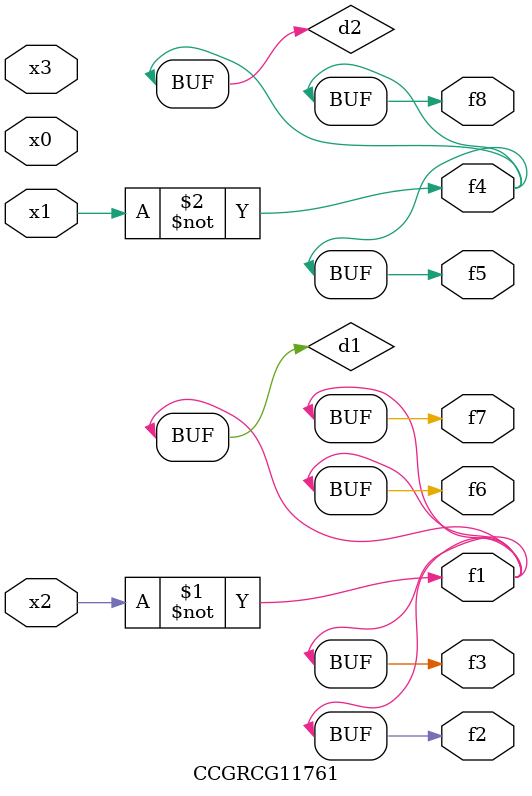
<source format=v>
module CCGRCG11761(
	input x0, x1, x2, x3,
	output f1, f2, f3, f4, f5, f6, f7, f8
);

	wire d1, d2;

	xnor (d1, x2);
	not (d2, x1);
	assign f1 = d1;
	assign f2 = d1;
	assign f3 = d1;
	assign f4 = d2;
	assign f5 = d2;
	assign f6 = d1;
	assign f7 = d1;
	assign f8 = d2;
endmodule

</source>
